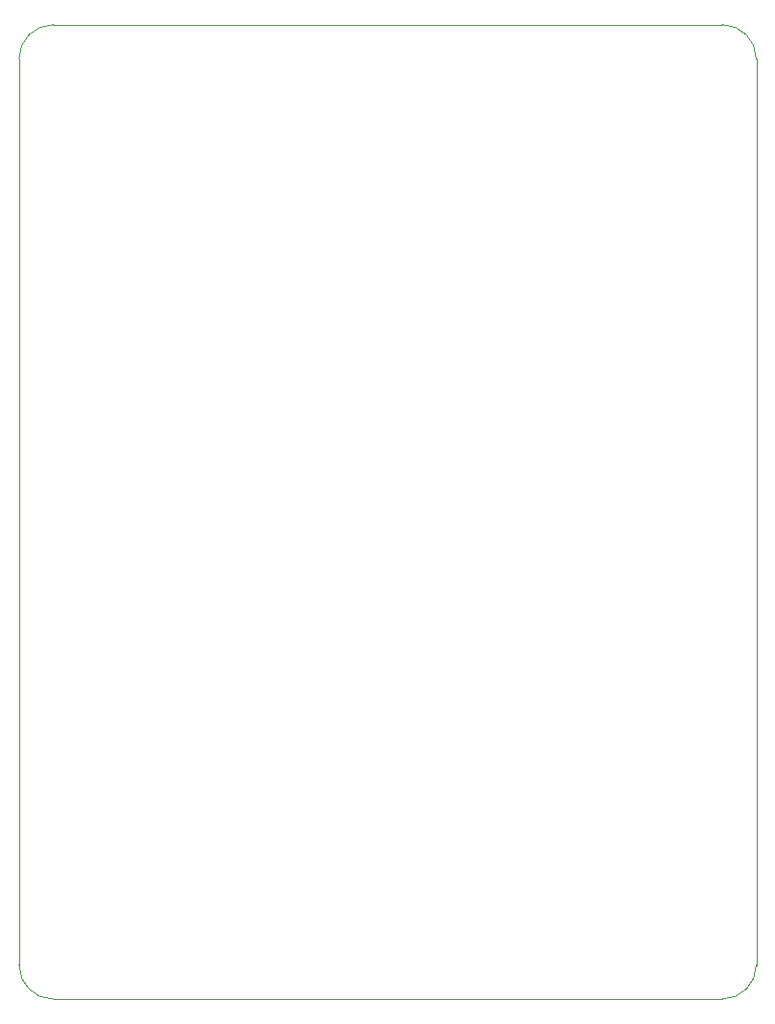
<source format=gbr>
%TF.GenerationSoftware,KiCad,Pcbnew,(6.0.9-0)*%
%TF.CreationDate,2023-01-29T21:41:42+00:00*%
%TF.ProjectId,FiringPi,46697269-6e67-4506-992e-6b696361645f,rev?*%
%TF.SameCoordinates,Original*%
%TF.FileFunction,Profile,NP*%
%FSLAX46Y46*%
G04 Gerber Fmt 4.6, Leading zero omitted, Abs format (unit mm)*
G04 Created by KiCad (PCBNEW (6.0.9-0)) date 2023-01-29 21:41:42*
%MOMM*%
%LPD*%
G01*
G04 APERTURE LIST*
%TA.AperFunction,Profile*%
%ADD10C,0.100000*%
%TD*%
G04 APERTURE END LIST*
D10*
X86500000Y-22621320D02*
X27500000Y-22621320D01*
X24500000Y-105500000D02*
G75*
G03*
X27500000Y-108500000I3000050J50D01*
G01*
X24500000Y-25621320D02*
X24500000Y-105500000D01*
X89500000Y-105500000D02*
X89500000Y-25621320D01*
X89499980Y-25621320D02*
G75*
G03*
X86500000Y-22621320I-2999980J20D01*
G01*
X27500000Y-22621300D02*
G75*
G03*
X24500000Y-25621320I0J-3000000D01*
G01*
X86500000Y-108500000D02*
G75*
G03*
X89500000Y-105500000I0J3000000D01*
G01*
X86500000Y-108500000D02*
X27500000Y-108500000D01*
M02*

</source>
